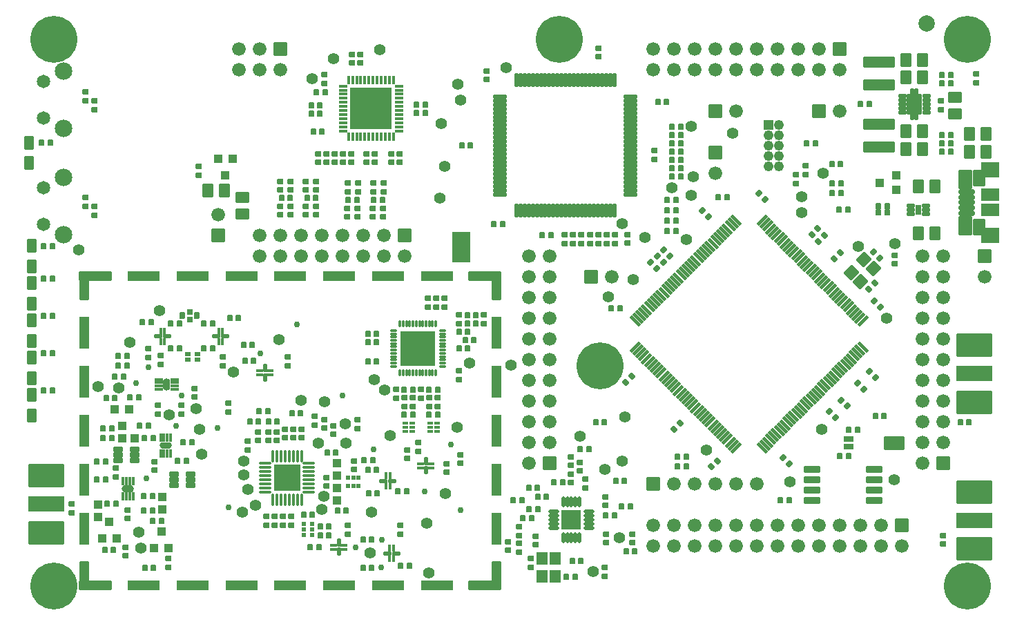
<source format=gts>
G04 #@! TF.GenerationSoftware,KiCad,Pcbnew,6.0.7-f9a2dced07~116~ubuntu22.04.1*
G04 #@! TF.CreationDate,2022-09-29T06:22:25-04:00*
G04 #@! TF.ProjectId,hackrf-one,6861636b-7266-42d6-9f6e-652e6b696361,r8*
G04 #@! TF.SameCoordinates,Original*
G04 #@! TF.FileFunction,Soldermask,Top*
G04 #@! TF.FilePolarity,Negative*
%FSLAX46Y46*%
G04 Gerber Fmt 4.6, Leading zero omitted, Abs format (unit mm)*
G04 Created by KiCad (PCBNEW 6.0.7-f9a2dced07~116~ubuntu22.04.1) date 2022-09-29 06:22:25*
%MOMM*%
%LPD*%
G01*
G04 APERTURE LIST*
G04 Aperture macros list*
%AMRoundRect*
0 Rectangle with rounded corners*
0 $1 Rounding radius*
0 $2 $3 $4 $5 $6 $7 $8 $9 X,Y pos of 4 corners*
0 Add a 4 corners polygon primitive as box body*
4,1,4,$2,$3,$4,$5,$6,$7,$8,$9,$2,$3,0*
0 Add four circle primitives for the rounded corners*
1,1,$1+$1,$2,$3*
1,1,$1+$1,$4,$5*
1,1,$1+$1,$6,$7*
1,1,$1+$1,$8,$9*
0 Add four rect primitives between the rounded corners*
20,1,$1+$1,$2,$3,$4,$5,0*
20,1,$1+$1,$4,$5,$6,$7,0*
20,1,$1+$1,$6,$7,$8,$9,0*
20,1,$1+$1,$8,$9,$2,$3,0*%
G04 Aperture macros list end*
%ADD10RoundRect,0.076200X-1.925000X-0.500000X1.925000X-0.500000X1.925000X0.500000X-1.925000X0.500000X0*%
%ADD11RoundRect,0.076200X-1.900000X-0.500000X1.900000X-0.500000X1.900000X0.500000X-1.900000X0.500000X0*%
%ADD12RoundRect,0.076200X0.500000X-1.675000X0.500000X1.675000X-0.500000X1.675000X-0.500000X-1.675000X0*%
%ADD13RoundRect,0.076200X0.500000X-1.900000X0.500000X1.900000X-0.500000X1.900000X-0.500000X-1.900000X0*%
%ADD14RoundRect,0.076200X-0.322500X-0.115000X0.322500X-0.115000X0.322500X0.115000X-0.322500X0.115000X0*%
%ADD15RoundRect,0.076200X-0.150000X-0.406500X0.150000X-0.406500X0.150000X0.406500X-0.150000X0.406500X0*%
%ADD16RoundRect,0.076200X0.115000X-0.322500X0.115000X0.322500X-0.115000X0.322500X-0.115000X-0.322500X0*%
%ADD17RoundRect,0.076200X0.406500X-0.150000X0.406500X0.150000X-0.406500X0.150000X-0.406500X-0.150000X0*%
%ADD18RoundRect,0.076200X-0.115000X0.322500X-0.115000X-0.322500X0.115000X-0.322500X0.115000X0.322500X0*%
%ADD19RoundRect,0.076200X-0.406500X0.150000X-0.406500X-0.150000X0.406500X-0.150000X0.406500X0.150000X0*%
%ADD20RoundRect,0.076200X0.762000X-0.762000X0.762000X0.762000X-0.762000X0.762000X-0.762000X-0.762000X0*%
%ADD21C,1.676400*%
%ADD22RoundRect,0.076200X-0.762000X-0.762000X0.762000X-0.762000X0.762000X0.762000X-0.762000X0.762000X0*%
%ADD23RoundRect,0.076200X-0.457200X0.457200X-0.457200X-0.457200X0.457200X-0.457200X0.457200X0.457200X0*%
%ADD24RoundRect,0.076200X0.457200X0.457200X-0.457200X0.457200X-0.457200X-0.457200X0.457200X-0.457200X0*%
%ADD25RoundRect,0.076200X-0.457200X-0.457200X0.457200X-0.457200X0.457200X0.457200X-0.457200X0.457200X0*%
%ADD26O,0.462240X1.342240*%
%ADD27O,1.342240X0.462240*%
%ADD28R,2.451880X2.451880*%
%ADD29C,0.762000*%
%ADD30C,2.000000*%
%ADD31RoundRect,0.101600X-0.500000X0.750000X-0.500000X-0.750000X0.500000X-0.750000X0.500000X0.750000X0*%
%ADD32RoundRect,0.101600X-0.279400X0.254000X-0.279400X-0.254000X0.279400X-0.254000X0.279400X0.254000X0*%
%ADD33RoundRect,0.101600X0.279400X-0.254000X0.279400X0.254000X-0.279400X0.254000X-0.279400X-0.254000X0*%
%ADD34RoundRect,0.101600X0.254000X0.279400X-0.254000X0.279400X-0.254000X-0.279400X0.254000X-0.279400X0*%
%ADD35RoundRect,0.101600X-0.254000X-0.279400X0.254000X-0.279400X0.254000X0.279400X-0.254000X0.279400X0*%
%ADD36RoundRect,0.101600X0.720090X-0.575310X0.720090X0.575310X-0.720090X0.575310X-0.720090X-0.575310X0*%
%ADD37RoundRect,0.101600X-0.575310X-0.720090X0.575310X-0.720090X0.575310X0.720090X-0.575310X0.720090X0*%
%ADD38RoundRect,0.101600X0.377171X0.017961X0.017961X0.377171X-0.377171X-0.017961X-0.017961X-0.377171X0*%
%ADD39RoundRect,0.101600X-0.017961X0.377171X-0.377171X0.017961X0.017961X-0.377171X0.377171X-0.017961X0*%
%ADD40RoundRect,0.101600X-0.377171X-0.017961X-0.017961X-0.377171X0.377171X0.017961X0.017961X0.377171X0*%
%ADD41RoundRect,0.101600X0.017961X-0.377171X0.377171X-0.017961X-0.017961X0.377171X-0.377171X0.017961X0*%
%ADD42RoundRect,0.101600X-0.720090X0.575310X-0.720090X-0.575310X0.720090X-0.575310X0.720090X0.575310X0*%
%ADD43RoundRect,0.101600X0.575310X0.720090X-0.575310X0.720090X-0.575310X-0.720090X0.575310X-0.720090X0*%
%ADD44RoundRect,0.101600X0.875000X0.200000X-0.875000X0.200000X-0.875000X-0.200000X0.875000X-0.200000X0*%
%ADD45RoundRect,0.076200X1.050000X0.687500X-1.050000X0.687500X-1.050000X-0.687500X1.050000X-0.687500X0*%
%ADD46RoundRect,0.076200X0.730000X1.070000X-0.730000X1.070000X-0.730000X-1.070000X0.730000X-1.070000X0*%
%ADD47RoundRect,0.076200X0.675000X0.912500X-0.675000X0.912500X-0.675000X-0.912500X0.675000X-0.912500X0*%
%ADD48RoundRect,0.076200X1.050000X0.875000X-1.050000X0.875000X-1.050000X-0.875000X1.050000X-0.875000X0*%
%ADD49C,1.652400*%
%ADD50C,1.552400*%
%ADD51C,5.752400*%
%ADD52C,0.752400*%
%ADD53RoundRect,0.076200X-1.025000X1.825000X-1.025000X-1.825000X1.025000X-1.825000X1.025000X1.825000X0*%
%ADD54RoundRect,0.101600X-0.431800X0.431800X-0.431800X-0.431800X0.431800X-0.431800X0.431800X0.431800X0*%
%ADD55RoundRect,0.101600X0.431800X-0.431800X0.431800X0.431800X-0.431800X0.431800X-0.431800X-0.431800X0*%
%ADD56RoundRect,0.101600X-0.431800X-0.431800X0.431800X-0.431800X0.431800X0.431800X-0.431800X0.431800X0*%
%ADD57RoundRect,0.076200X-1.850390X0.599440X-1.850390X-0.599440X1.850390X-0.599440X1.850390X0.599440X0*%
%ADD58RoundRect,0.076200X2.095000X0.890000X-2.095000X0.890000X-2.095000X-0.890000X2.095000X-0.890000X0*%
%ADD59RoundRect,0.076200X2.095000X1.332500X-2.095000X1.332500X-2.095000X-1.332500X2.095000X-1.332500X0*%
%ADD60RoundRect,0.076200X-0.762000X0.762000X-0.762000X-0.762000X0.762000X-0.762000X0.762000X0.762000X0*%
%ADD61RoundRect,0.076200X-2.095000X-0.890000X2.095000X-0.890000X2.095000X0.890000X-2.095000X0.890000X0*%
%ADD62RoundRect,0.076200X-2.095000X-1.332500X2.095000X-1.332500X2.095000X1.332500X-2.095000X1.332500X0*%
%ADD63RoundRect,0.076200X0.762000X0.762000X-0.762000X0.762000X-0.762000X-0.762000X0.762000X-0.762000X0*%
%ADD64C,1.422400*%
%ADD65RoundRect,0.076200X-0.533400X0.533400X-0.533400X-0.533400X0.533400X-0.533400X0.533400X0.533400X0*%
%ADD66C,1.219200*%
%ADD67C,2.152400*%
%ADD68RoundRect,0.076200X-0.165100X0.204470X-0.165100X-0.204470X0.165100X-0.204470X0.165100X0.204470X0*%
%ADD69RoundRect,0.076200X-0.204470X-0.165100X0.204470X-0.165100X0.204470X0.165100X-0.204470X0.165100X0*%
%ADD70RoundRect,0.076200X0.275590X-0.124460X0.275590X0.124460X-0.275590X0.124460X-0.275590X-0.124460X0*%
%ADD71RoundRect,0.076200X-0.250190X-0.199390X0.250190X-0.199390X0.250190X0.199390X-0.250190X0.199390X0*%
%ADD72RoundRect,0.076200X0.250190X0.350520X-0.250190X0.350520X-0.250190X-0.350520X0.250190X-0.350520X0*%
%ADD73RoundRect,0.076200X0.299720X0.250190X-0.299720X0.250190X-0.299720X-0.250190X0.299720X-0.250190X0*%
%ADD74RoundRect,0.076200X0.400000X0.120000X-0.400000X0.120000X-0.400000X-0.120000X0.400000X-0.120000X0*%
%ADD75RoundRect,0.076200X0.100000X0.650000X-0.100000X0.650000X-0.100000X-0.650000X0.100000X-0.650000X0*%
%ADD76O,0.352400X1.352400*%
%ADD77RoundRect,0.076200X0.250000X0.600000X-0.250000X0.600000X-0.250000X-0.600000X0.250000X-0.600000X0*%
%ADD78O,0.352400X1.252400*%
%ADD79RoundRect,0.076200X0.110789X-0.010211X-0.010211X0.110789X-0.110789X0.010211X0.010211X-0.110789X0*%
%ADD80RoundRect,0.076200X0.100000X0.075000X-0.100000X0.075000X-0.100000X-0.075000X0.100000X-0.075000X0*%
%ADD81RoundRect,0.076200X-0.120000X0.400000X-0.120000X-0.400000X0.120000X-0.400000X0.120000X0.400000X0*%
%ADD82RoundRect,0.076200X-0.650000X0.100000X-0.650000X-0.100000X0.650000X-0.100000X0.650000X0.100000X0*%
%ADD83O,1.352400X0.352400*%
%ADD84RoundRect,0.076200X-0.600000X0.250000X-0.600000X-0.250000X0.600000X-0.250000X0.600000X0.250000X0*%
%ADD85O,1.252400X0.352400*%
%ADD86RoundRect,0.076200X0.010211X0.110789X-0.110789X-0.010211X-0.010211X-0.110789X0.110789X0.010211X0*%
%ADD87RoundRect,0.076200X-0.075000X0.100000X-0.075000X-0.100000X0.075000X-0.100000X0.075000X0.100000X0*%
%ADD88RoundRect,0.076200X-0.495300X0.228600X-0.495300X-0.228600X0.495300X-0.228600X0.495300X0.228600X0*%
%ADD89RoundRect,0.076200X0.120000X-0.400000X0.120000X0.400000X-0.120000X0.400000X-0.120000X-0.400000X0*%
%ADD90RoundRect,0.076200X0.650000X-0.100000X0.650000X0.100000X-0.650000X0.100000X-0.650000X-0.100000X0*%
%ADD91RoundRect,0.076200X0.600000X-0.250000X0.600000X0.250000X-0.600000X0.250000X-0.600000X-0.250000X0*%
%ADD92RoundRect,0.076200X-0.010211X-0.110789X0.110789X0.010211X0.010211X0.110789X-0.110789X-0.010211X0*%
%ADD93RoundRect,0.076200X0.075000X-0.100000X0.075000X0.100000X-0.075000X0.100000X-0.075000X-0.100000X0*%
%ADD94RoundRect,0.076200X-0.450000X0.150000X-0.450000X-0.150000X0.450000X-0.150000X0.450000X0.150000X0*%
%ADD95RoundRect,0.076200X-0.250000X0.550000X-0.250000X-0.550000X0.250000X-0.550000X0.250000X0.550000X0*%
%ADD96RoundRect,0.076200X0.952500X0.317500X-0.952500X0.317500X-0.952500X-0.317500X0.952500X-0.317500X0*%
%ADD97RoundRect,0.076200X0.425000X0.140000X-0.425000X0.140000X-0.425000X-0.140000X0.425000X-0.140000X0*%
%ADD98RoundRect,0.076200X0.412500X0.600000X-0.412500X0.600000X-0.412500X-0.600000X0.412500X-0.600000X0*%
%ADD99RoundRect,0.076200X0.140000X0.700000X-0.140000X0.700000X-0.140000X-0.700000X0.140000X-0.700000X0*%
%ADD100C,0.737400*%
%ADD101RoundRect,0.076200X0.426562X0.634904X-0.634904X-0.426562X-0.426562X-0.634904X0.634904X0.426562X0*%
%ADD102RoundRect,0.076200X-0.634904X0.426562X0.426562X-0.634904X0.634904X-0.426562X-0.426562X0.634904X0*%
%ADD103RoundRect,0.076200X-0.147320X0.750570X-0.147320X-0.750570X0.147320X-0.750570X0.147320X0.750570X0*%
%ADD104RoundRect,0.076200X-0.750570X-0.147320X0.750570X-0.147320X0.750570X0.147320X-0.750570X0.147320X0*%
%ADD105RoundRect,0.076200X0.495300X-0.228600X0.495300X0.228600X-0.495300X0.228600X-0.495300X-0.228600X0*%
%ADD106RoundRect,0.076200X0.599440X-0.699770X0.599440X0.699770X-0.599440X0.699770X-0.599440X-0.699770X0*%
%ADD107RoundRect,0.076200X-0.070944X-0.918680X0.918680X0.070944X0.070944X0.918680X-0.918680X-0.070944X0*%
%ADD108RoundRect,0.076200X-0.550000X-0.300000X0.550000X-0.300000X0.550000X0.300000X-0.550000X0.300000X0*%
%ADD109RoundRect,0.076200X-1.200000X-0.750000X1.200000X-0.750000X1.200000X0.750000X-1.200000X0.750000X0*%
%ADD110O,0.422240X1.492240*%
%ADD111R,3.326880X3.326880*%
%ADD112O,1.492240X0.422240*%
%ADD113O,0.346600X0.971600*%
%ADD114O,0.971600X0.346600*%
%ADD115R,4.321800X4.321800*%
%ADD116O,0.422240X1.042240*%
%ADD117O,1.042240X0.422240*%
%ADD118R,5.096800X5.096800*%
G04 APERTURE END LIST*
D10*
G04 #@! TO.C,J2*
X69125000Y-170950000D03*
D11*
X75000000Y-170950000D03*
X81000000Y-170950000D03*
X87000000Y-170950000D03*
X93000000Y-170950000D03*
X99000000Y-170950000D03*
X105000000Y-170950000D03*
X111000000Y-170950000D03*
D10*
X116875000Y-170950000D03*
D12*
X118300000Y-169775000D03*
D13*
X118300000Y-164000000D03*
X118300000Y-158000000D03*
X118300000Y-152000000D03*
X118300000Y-146000000D03*
X118300000Y-140000000D03*
D12*
X118300000Y-134225000D03*
D10*
X116875000Y-133050000D03*
D11*
X111000000Y-133050000D03*
X105000000Y-133050000D03*
X99000000Y-133050000D03*
X93000000Y-133050000D03*
X87000000Y-133050000D03*
X81000000Y-133050000D03*
X75000000Y-133050000D03*
D10*
X69125000Y-133050000D03*
D12*
X67700000Y-134225000D03*
D13*
X67700000Y-140000000D03*
X67700000Y-146000000D03*
X67700000Y-152000000D03*
X67700000Y-158000000D03*
X67700000Y-164000000D03*
D12*
X67700000Y-169775000D03*
G04 #@! TD*
D14*
G04 #@! TO.C,U11*
X108985000Y-156524220D03*
D15*
X109628500Y-155723300D03*
D14*
X110272000Y-156026380D03*
X110272000Y-156524220D03*
D15*
X109628500Y-156827300D03*
D14*
X108985000Y-156026380D03*
G04 #@! TD*
D16*
G04 #@! TO.C,U10*
X105212320Y-158807500D03*
D17*
X104411400Y-158164000D03*
D16*
X104714480Y-157520500D03*
X105212320Y-157520500D03*
D17*
X105515400Y-158164000D03*
D16*
X104714480Y-158807500D03*
G04 #@! TD*
D14*
G04 #@! TO.C,U7*
X98326900Y-166521520D03*
D15*
X98970400Y-165720600D03*
D14*
X99613900Y-166023680D03*
X99613900Y-166521520D03*
D15*
X98970400Y-166824600D03*
D14*
X98326900Y-166023680D03*
G04 #@! TD*
D18*
G04 #@! TO.C,U6*
X84210880Y-139770700D03*
D19*
X85011800Y-140414200D03*
D18*
X84708720Y-141057700D03*
X84210880Y-141057700D03*
D19*
X83907800Y-140414200D03*
D18*
X84708720Y-139770700D03*
G04 #@! TD*
D16*
G04 #@! TO.C,U5*
X77596720Y-141057700D03*
D17*
X76795800Y-140414200D03*
D16*
X77098880Y-139770700D03*
X77596720Y-139770700D03*
D17*
X77899800Y-140414200D03*
D16*
X77098880Y-141057700D03*
G04 #@! TD*
D14*
G04 #@! TO.C,U2*
X89242300Y-145127520D03*
D15*
X89885800Y-144326600D03*
D14*
X90529300Y-144629680D03*
X90529300Y-145127520D03*
D15*
X89885800Y-145430600D03*
D14*
X89242300Y-144629680D03*
G04 #@! TD*
D18*
G04 #@! TO.C,U1*
X105184080Y-166408700D03*
D19*
X105985000Y-167052200D03*
D18*
X105681920Y-167695700D03*
X105184080Y-167695700D03*
D19*
X104881000Y-167052200D03*
D18*
X105681920Y-166408700D03*
G04 #@! TD*
D20*
G04 #@! TO.C,NT3*
X84130000Y-128010000D03*
D21*
X84130000Y-125470000D03*
G04 #@! TD*
D22*
G04 #@! TO.C,NT2*
X157790000Y-112770000D03*
D21*
X160330000Y-112770000D03*
G04 #@! TD*
D22*
G04 #@! TO.C,NT1*
X145090000Y-112770000D03*
D21*
X147630000Y-112770000D03*
G04 #@! TD*
D23*
G04 #@! TO.C,Q5*
X165283000Y-121558400D03*
X167315000Y-122447400D03*
X167315000Y-120669400D03*
G04 #@! TD*
D24*
G04 #@! TO.C,Q4*
X70800000Y-163184000D03*
X69911000Y-165216000D03*
X71689000Y-165216000D03*
G04 #@! TD*
D25*
G04 #@! TO.C,Q3*
X85044400Y-120694800D03*
X85933400Y-118662800D03*
X84155400Y-118662800D03*
G04 #@! TD*
D24*
G04 #@! TO.C,Q2*
X77216700Y-164374800D03*
X76327700Y-166406800D03*
X78105700Y-166406800D03*
G04 #@! TD*
D25*
G04 #@! TO.C,Q1*
X72376000Y-151396000D03*
X73265000Y-149364000D03*
X71487000Y-149364000D03*
G04 #@! TD*
D26*
G04 #@! TO.C,U19*
X126469200Y-165126000D03*
X126969200Y-165126000D03*
X127469200Y-165126000D03*
X127969200Y-165126000D03*
X128469200Y-165126000D03*
D27*
X129669200Y-163926000D03*
X129669200Y-163426000D03*
X129669200Y-162926000D03*
X129669200Y-162426000D03*
X129669200Y-161926000D03*
D26*
X128469200Y-160726000D03*
X127969200Y-160726000D03*
X127469200Y-160726000D03*
X126969200Y-160726000D03*
X126469200Y-160726000D03*
D27*
X125269200Y-161926000D03*
X125269200Y-162426000D03*
X125269200Y-162926000D03*
X125269200Y-163426000D03*
X125269200Y-163926000D03*
D28*
X127469200Y-162926000D03*
G04 #@! TD*
D29*
G04 #@! TO.C,TESTPOINT-30MIL-MASKONLY*
X89314020Y-142499080D03*
G04 #@! TD*
G04 #@! TO.C,TESTPOINT-30MIL-MASKONLY*
X84104600Y-151657400D03*
G04 #@! TD*
G04 #@! TO.C,TESTPOINT-30MIL-MASKONLY*
X75575160Y-144213580D03*
G04 #@! TD*
G04 #@! TO.C,TESTPOINT-30MIL-MASKONLY*
X74053700Y-146151600D03*
G04 #@! TD*
G04 #@! TO.C,TESTPOINT-30MIL-MASKONLY*
X93782000Y-138932000D03*
G04 #@! TD*
G04 #@! TO.C,TESTPOINT-30MIL-MASKONLY*
X85400000Y-161360200D03*
G04 #@! TD*
G04 #@! TO.C,TESTPOINT-30MIL-MASKONLY*
X75338940Y-157848300D03*
G04 #@! TD*
G04 #@! TO.C,TESTPOINT-30MIL-MASKONLY*
X79032100Y-151361140D03*
G04 #@! TD*
G04 #@! TO.C,TESTPOINT-30MIL-MASKONLY*
X113919000Y-161749740D03*
G04 #@! TD*
G04 #@! TO.C,TESTPOINT-30MIL-MASKONLY*
X104112060Y-168798240D03*
G04 #@! TD*
G04 #@! TO.C,TESTPOINT-30MIL-MASKONLY*
X104251760Y-165374320D03*
G04 #@! TD*
G04 #@! TO.C,TESTPOINT-30MIL-MASKONLY*
X101015800Y-166263320D03*
G04 #@! TD*
G04 #@! TO.C,TESTPOINT-30MIL-MASKONLY*
X79667100Y-147711160D03*
G04 #@! TD*
G04 #@! TO.C,TESTPOINT-30MIL-MASKONLY*
X109476540Y-159425640D03*
G04 #@! TD*
G04 #@! TO.C,TESTPOINT-30MIL-MASKONLY*
X99362260Y-147688300D03*
G04 #@! TD*
G04 #@! TO.C,TESTPOINT-30MIL-MASKONLY*
X103230680Y-154279600D03*
G04 #@! TD*
G04 #@! TO.C,TESTPOINT-30MIL-MASKONLY*
X112715040Y-153710640D03*
G04 #@! TD*
D30*
G04 #@! TO.C,MARK1MM*
X171000000Y-102000000D03*
G04 #@! TD*
D31*
G04 #@! TO.C,D7*
X61000000Y-119150000D03*
X61000000Y-116650000D03*
G04 #@! TD*
G04 #@! TO.C,D8*
X61270000Y-131800000D03*
X61270000Y-129300000D03*
G04 #@! TD*
G04 #@! TO.C,D2*
X61270000Y-136372000D03*
X61270000Y-133872000D03*
G04 #@! TD*
G04 #@! TO.C,D4*
X61270000Y-140944000D03*
X61270000Y-138444000D03*
G04 #@! TD*
G04 #@! TO.C,D5*
X61270000Y-145516000D03*
X61270000Y-143016000D03*
G04 #@! TD*
G04 #@! TO.C,D6*
X61270000Y-150088000D03*
X61270000Y-147588000D03*
G04 #@! TD*
D32*
G04 #@! TO.C,C1*
X91096400Y-163580200D03*
X91096400Y-162513400D03*
G04 #@! TD*
G04 #@! TO.C,C2*
X90080400Y-163580200D03*
X90080400Y-162513400D03*
G04 #@! TD*
G04 #@! TO.C,C3*
X93128400Y-163580200D03*
X93128400Y-162513400D03*
G04 #@! TD*
G04 #@! TO.C,C4*
X92112400Y-163580200D03*
X92112400Y-162513400D03*
G04 #@! TD*
D33*
G04 #@! TO.C,C5*
X92341000Y-151794600D03*
X92341000Y-152861400D03*
G04 #@! TD*
G04 #@! TO.C,C6*
X93357000Y-151794600D03*
X93357000Y-152861400D03*
G04 #@! TD*
D34*
G04 #@! TO.C,C7*
X106550600Y-168576200D03*
X107617400Y-168576200D03*
G04 #@! TD*
D32*
G04 #@! TO.C,C8*
X113919000Y-155981400D03*
X113919000Y-154914600D03*
G04 #@! TD*
D33*
G04 #@! TO.C,C9*
X85400000Y-148634800D03*
X85400000Y-149701600D03*
G04 #@! TD*
D35*
G04 #@! TO.C,C10*
X88514200Y-143481600D03*
X87447400Y-143481600D03*
G04 #@! TD*
D33*
G04 #@! TO.C,C11*
X84713800Y-142928800D03*
X84713800Y-143995600D03*
G04 #@! TD*
D32*
G04 #@! TO.C,C12*
X87794400Y-154360000D03*
X87794400Y-153293200D03*
G04 #@! TD*
D34*
G04 #@! TO.C,C13*
X88023000Y-150905600D03*
X89089800Y-150905600D03*
G04 #@! TD*
D33*
G04 #@! TO.C,C14*
X90334400Y-152150200D03*
X90334400Y-153217000D03*
G04 #@! TD*
D35*
G04 #@! TO.C,C15*
X91375800Y-150905600D03*
X90309000Y-150905600D03*
G04 #@! TD*
D33*
G04 #@! TO.C,C16*
X106499800Y-163623200D03*
X106499800Y-164690000D03*
G04 #@! TD*
D35*
G04 #@! TO.C,C17*
X83469200Y-141938200D03*
X82402400Y-141938200D03*
G04 #@! TD*
G04 #@! TO.C,C18*
X79405200Y-141938200D03*
X78338400Y-141938200D03*
G04 #@! TD*
D33*
G04 #@! TO.C,C19*
X77093800Y-142801800D03*
X77093800Y-143868600D03*
G04 #@! TD*
D35*
G04 #@! TO.C,C20*
X88341200Y-141528800D03*
X87274400Y-141528800D03*
G04 #@! TD*
D34*
G04 #@! TO.C,C21*
X101904800Y-165379400D03*
X102971600Y-165379400D03*
G04 #@! TD*
D35*
G04 #@! TO.C,C22*
X96506600Y-166272600D03*
X95439800Y-166272600D03*
G04 #@! TD*
D33*
G04 #@! TO.C,C23*
X101269800Y-150647400D03*
X101269800Y-151714200D03*
G04 #@! TD*
D32*
G04 #@! TO.C,C24*
X92679800Y-144015000D03*
X92679800Y-142948200D03*
G04 #@! TD*
D35*
G04 #@! TO.C,C25*
X97725800Y-163732600D03*
X96659000Y-163732600D03*
G04 #@! TD*
D34*
G04 #@! TO.C,C26*
X78338400Y-138890200D03*
X79405200Y-138890200D03*
G04 #@! TD*
D35*
G04 #@! TO.C,C27*
X83469200Y-138890200D03*
X82402400Y-138890200D03*
G04 #@! TD*
G04 #@! TO.C,C28*
X97725800Y-164875600D03*
X96659000Y-164875600D03*
G04 #@! TD*
D34*
G04 #@! TO.C,C29*
X74884000Y-138712400D03*
X75950800Y-138712400D03*
G04 #@! TD*
D35*
G04 #@! TO.C,C30*
X86633400Y-138200000D03*
X85566600Y-138200000D03*
G04 #@! TD*
D33*
G04 #@! TO.C,C31*
X75595200Y-141912800D03*
X75595200Y-142979600D03*
G04 #@! TD*
D34*
G04 #@! TO.C,C32*
X101904800Y-168808400D03*
X102971600Y-168808400D03*
G04 #@! TD*
D33*
G04 #@! TO.C,C33*
X100113400Y-163605600D03*
X100113400Y-164672400D03*
G04 #@! TD*
G04 #@! TO.C,C34*
X98310000Y-151388200D03*
X98310000Y-152455000D03*
G04 #@! TD*
G04 #@! TO.C,C35*
X97167000Y-150626200D03*
X97167000Y-151693000D03*
G04 #@! TD*
G04 #@! TO.C,C36*
X96024000Y-150245200D03*
X96024000Y-151312000D03*
G04 #@! TD*
D34*
G04 #@! TO.C,C37*
X93204600Y-149915000D03*
X94271400Y-149915000D03*
G04 #@! TD*
D35*
G04 #@! TO.C,C38*
X72979000Y-142827200D03*
X71912200Y-142827200D03*
G04 #@! TD*
D33*
G04 #@! TO.C,C39*
X81305400Y-146812000D03*
X81305400Y-147878800D03*
G04 #@! TD*
D35*
G04 #@! TO.C,C40*
X72979000Y-144071800D03*
X71912200Y-144071800D03*
G04 #@! TD*
G04 #@! TO.C,C41*
X99859400Y-161827600D03*
X98792600Y-161827600D03*
G04 #@! TD*
D34*
G04 #@! TO.C,C42*
X97522600Y-154715600D03*
X98589400Y-154715600D03*
G04 #@! TD*
G04 #@! TO.C,C43*
X71475600Y-145415000D03*
X72542400Y-145415000D03*
G04 #@! TD*
D33*
G04 #@! TO.C,C44*
X79679800Y-148894800D03*
X79679800Y-149961600D03*
G04 #@! TD*
D35*
G04 #@! TO.C,C45*
X103124000Y-155651200D03*
X102057200Y-155651200D03*
G04 #@! TD*
D34*
G04 #@! TO.C,C46*
X102514400Y-156794200D03*
X103581200Y-156794200D03*
G04 #@! TD*
D33*
G04 #@! TO.C,C47*
X112166400Y-156032200D03*
X112166400Y-157099000D03*
G04 #@! TD*
G04 #@! TO.C,C48*
X108737400Y-153466800D03*
X108737400Y-154533600D03*
G04 #@! TD*
D32*
G04 #@! TO.C,C49*
X100850000Y-156773000D03*
X100850000Y-155706200D03*
G04 #@! TD*
D35*
G04 #@! TO.C,C50*
X76211400Y-152920000D03*
X75144600Y-152920000D03*
G04 #@! TD*
D34*
G04 #@! TO.C,C51*
X106208000Y-159434000D03*
X107274800Y-159434000D03*
G04 #@! TD*
G04 #@! TO.C,C52*
X70064600Y-152920000D03*
X71131400Y-152920000D03*
G04 #@! TD*
G04 #@! TO.C,C53*
X70414000Y-147999800D03*
X71480800Y-147999800D03*
G04 #@! TD*
G04 #@! TO.C,C54*
X102590600Y-159664400D03*
X103657400Y-159664400D03*
G04 #@! TD*
D35*
G04 #@! TO.C,C55*
X80910400Y-153428000D03*
X79843600Y-153428000D03*
G04 #@! TD*
D33*
G04 #@! TO.C,C56*
X107391200Y-154330400D03*
X107391200Y-155397200D03*
G04 #@! TD*
G04 #@! TO.C,C57*
X76835000Y-148894800D03*
X76835000Y-149961600D03*
G04 #@! TD*
G04 #@! TO.C,C58*
X71614000Y-157644400D03*
X71614000Y-156577600D03*
G04 #@! TD*
D35*
G04 #@! TO.C,C59*
X80275400Y-155714000D03*
X79208600Y-155714000D03*
G04 #@! TD*
G04 #@! TO.C,C60*
X75576400Y-151396000D03*
X74509600Y-151396000D03*
G04 #@! TD*
D33*
G04 #@! TO.C,C61*
X76363800Y-155790200D03*
X76363800Y-156857000D03*
G04 #@! TD*
D35*
G04 #@! TO.C,C62*
X76084400Y-160032000D03*
X75017600Y-160032000D03*
G04 #@! TD*
D32*
G04 #@! TO.C,C63*
X73087200Y-162775200D03*
X73087200Y-161708400D03*
G04 #@! TD*
D34*
G04 #@! TO.C,C64*
X70566600Y-161000000D03*
X71633400Y-161000000D03*
G04 #@! TD*
D35*
G04 #@! TO.C,C65*
X70369400Y-158000000D03*
X69302600Y-158000000D03*
G04 #@! TD*
G04 #@! TO.C,C66*
X70369400Y-155841000D03*
X69302600Y-155841000D03*
G04 #@! TD*
D32*
G04 #@! TO.C,C67*
X121080200Y-164829800D03*
X121080200Y-163763000D03*
G04 #@! TD*
D33*
G04 #@! TO.C,C68*
X127462400Y-155188000D03*
X127462400Y-156254800D03*
G04 #@! TD*
D35*
G04 #@! TO.C,C69*
X129621400Y-154273600D03*
X128554600Y-154273600D03*
G04 #@! TD*
D32*
G04 #@! TO.C,C70*
X121080200Y-166861800D03*
X121080200Y-165795000D03*
G04 #@! TD*
G04 #@! TO.C,C71*
X100482400Y-119091200D03*
X100482400Y-118024400D03*
G04 #@! TD*
G04 #@! TO.C,C72*
X99466400Y-119091200D03*
X99466400Y-118024400D03*
G04 #@! TD*
G04 #@! TO.C,C73*
X103403400Y-119091200D03*
X103403400Y-118024400D03*
G04 #@! TD*
G04 #@! TO.C,C74*
X102387400Y-119091200D03*
X102387400Y-118024400D03*
G04 #@! TD*
G04 #@! TO.C,C75*
X105435400Y-119091200D03*
X105435400Y-118024400D03*
G04 #@! TD*
G04 #@! TO.C,C76*
X106451400Y-119091200D03*
X106451400Y-118024400D03*
G04 #@! TD*
D33*
G04 #@! TO.C,C77*
X101625400Y-105832400D03*
X101625400Y-106899200D03*
G04 #@! TD*
G04 #@! TO.C,C78*
X100609400Y-105832400D03*
X100609400Y-106899200D03*
G04 #@! TD*
D34*
G04 #@! TO.C,C79*
X96202500Y-110493300D03*
X97269300Y-110493300D03*
G04 #@! TD*
D33*
G04 #@! TO.C,C80*
X97243900Y-108308900D03*
X97243900Y-109375700D03*
G04 #@! TD*
D34*
G04 #@! TO.C,C81*
X95567500Y-113160300D03*
X96634300Y-113160300D03*
G04 #@! TD*
G04 #@! TO.C,C82*
X95567500Y-112144300D03*
X96634300Y-112144300D03*
G04 #@! TD*
G04 #@! TO.C,C83*
X95821500Y-115319300D03*
X96888300Y-115319300D03*
G04 #@! TD*
D32*
G04 #@! TO.C,C84*
X105981500Y-148018500D03*
X105981500Y-146951700D03*
G04 #@! TD*
G04 #@! TO.C,C85*
X109029500Y-148018500D03*
X109029500Y-146951700D03*
G04 #@! TD*
G04 #@! TO.C,C86*
X113728500Y-145732500D03*
X113728500Y-144665700D03*
G04 #@! TD*
D35*
G04 #@! TO.C,C87*
X114769900Y-141897100D03*
X113703100Y-141897100D03*
G04 #@! TD*
G04 #@! TO.C,C88*
X115531900Y-140881100D03*
X114465100Y-140881100D03*
G04 #@! TD*
G04 #@! TO.C,C89*
X114769900Y-139865100D03*
X113703100Y-139865100D03*
G04 #@! TD*
D33*
G04 #@! TO.C,C90*
X109918500Y-135775700D03*
X109918500Y-136842500D03*
G04 #@! TD*
G04 #@! TO.C,C91*
X110934500Y-135775700D03*
X110934500Y-136842500D03*
G04 #@! TD*
D34*
G04 #@! TO.C,C92*
X102527100Y-140119100D03*
X103593900Y-140119100D03*
G04 #@! TD*
G04 #@! TO.C,C93*
X102527100Y-141135100D03*
X103593900Y-141135100D03*
G04 #@! TD*
G04 #@! TO.C,C94*
X102527100Y-143548100D03*
X103593900Y-143548100D03*
G04 #@! TD*
D35*
G04 #@! TO.C,C95*
X92989400Y-123460000D03*
X91922600Y-123460000D03*
G04 #@! TD*
G04 #@! TO.C,C96*
X96113600Y-123460000D03*
X95046800Y-123460000D03*
G04 #@! TD*
D32*
G04 #@! TO.C,C97*
X96418400Y-119091200D03*
X96418400Y-118024400D03*
G04 #@! TD*
G04 #@! TO.C,C98*
X97434400Y-119091200D03*
X97434400Y-118024400D03*
G04 #@! TD*
G04 #@! TO.C,C99*
X106997500Y-149034500D03*
X106997500Y-147967700D03*
G04 #@! TD*
G04 #@! TO.C,C100*
X98450400Y-119091200D03*
X98450400Y-118024400D03*
G04 #@! TD*
D35*
G04 #@! TO.C,C101*
X101180900Y-123701300D03*
X100114100Y-123701300D03*
G04 #@! TD*
D32*
G04 #@! TO.C,C102*
X108013500Y-149034500D03*
X108013500Y-147967700D03*
G04 #@! TD*
D35*
G04 #@! TO.C,C103*
X104305100Y-123701300D03*
X103238300Y-123701300D03*
G04 #@! TD*
D32*
G04 #@! TO.C,C104*
X110045500Y-149034500D03*
X110045500Y-147967700D03*
G04 #@! TD*
D36*
G04 #@! TO.C,C105*
X87152600Y-123336400D03*
X87152600Y-125368400D03*
G04 #@! TD*
D33*
G04 #@! TO.C,C106*
X111950500Y-135775700D03*
X111950500Y-136842500D03*
G04 #@! TD*
G04 #@! TO.C,C107*
X104470200Y-121631200D03*
X104470200Y-122698000D03*
G04 #@! TD*
G04 #@! TO.C,C108*
X103200200Y-121631200D03*
X103200200Y-122698000D03*
G04 #@! TD*
G04 #@! TO.C,C109*
X101346000Y-121631200D03*
X101346000Y-122698000D03*
G04 #@! TD*
G04 #@! TO.C,C110*
X100076000Y-121631200D03*
X100076000Y-122698000D03*
G04 #@! TD*
D32*
G04 #@! TO.C,C111*
X111061500Y-149034500D03*
X111061500Y-147967700D03*
G04 #@! TD*
G04 #@! TO.C,C112*
X113728500Y-138874500D03*
X113728500Y-137807700D03*
G04 #@! TD*
G04 #@! TO.C,C113*
X123151200Y-165999400D03*
X123151200Y-164932600D03*
G04 #@! TD*
G04 #@! TO.C,C114*
X116776500Y-138874500D03*
X116776500Y-137807700D03*
G04 #@! TD*
D34*
G04 #@! TO.C,C115*
X122280800Y-161614200D03*
X123347600Y-161614200D03*
G04 #@! TD*
G04 #@! TO.C,C116*
X120325000Y-160547400D03*
X121391800Y-160547400D03*
G04 #@! TD*
G04 #@! TO.C,C118*
X160366600Y-155100000D03*
X161433400Y-155100000D03*
G04 #@! TD*
D33*
G04 #@! TO.C,C119*
X129247200Y-157947600D03*
X129247200Y-159014400D03*
G04 #@! TD*
G04 #@! TO.C,C120*
X131628000Y-160090200D03*
X131628000Y-161157000D03*
G04 #@! TD*
D34*
G04 #@! TO.C,C121*
X121493400Y-162706400D03*
X122560200Y-162706400D03*
G04 #@! TD*
G04 #@! TO.C,C122*
X125303400Y-158312200D03*
X126370200Y-158312200D03*
G04 #@! TD*
D35*
G04 #@! TO.C,C123*
X109524800Y-113058700D03*
X108458000Y-113058700D03*
G04 #@! TD*
G04 #@! TO.C,C124*
X109524800Y-112042700D03*
X108458000Y-112042700D03*
G04 #@! TD*
D34*
G04 #@! TO.C,C125*
X172933600Y-117793200D03*
X174000400Y-117793200D03*
G04 #@! TD*
D37*
G04 #@! TO.C,C126*
X170546000Y-117412200D03*
X168514000Y-117412200D03*
G04 #@! TD*
G04 #@! TO.C,C127*
X170546000Y-115253200D03*
X168514000Y-115253200D03*
G04 #@! TD*
D38*
G04 #@! TO.C,C128*
X150469109Y-122902178D03*
X151223451Y-123656520D03*
G04 #@! TD*
G04 #@! TO.C,C129*
X143554311Y-124967637D03*
X144308653Y-125721979D03*
G04 #@! TD*
G04 #@! TO.C,C130*
X137178330Y-131343619D03*
X137932672Y-132097961D03*
G04 #@! TD*
D34*
G04 #@! TO.C,C131*
X132364600Y-137001600D03*
X133431400Y-137001600D03*
G04 #@! TD*
D39*
G04 #@! TO.C,C132*
X134121029Y-146090971D03*
X134875371Y-145336629D03*
G04 #@! TD*
G04 #@! TO.C,C133*
X140052012Y-151854524D03*
X140806354Y-151100182D03*
G04 #@! TD*
G04 #@! TO.C,C134*
X144631942Y-156434455D03*
X145386284Y-155680113D03*
G04 #@! TD*
D40*
G04 #@! TO.C,C135*
X154186935Y-156075245D03*
X153432593Y-155320903D03*
G04 #@! TD*
G04 #@! TO.C,C136*
X159844496Y-150417683D03*
X159090154Y-149663341D03*
G04 #@! TD*
G04 #@! TO.C,C137*
X161281337Y-148980842D03*
X160526995Y-148226500D03*
G04 #@! TD*
G04 #@! TO.C,C138*
X163346796Y-146915383D03*
X162592454Y-146161041D03*
G04 #@! TD*
G04 #@! TO.C,C139*
X164783637Y-145478542D03*
X164029295Y-144724200D03*
G04 #@! TD*
G04 #@! TO.C,C140*
X165322453Y-136857496D03*
X164568111Y-136103154D03*
G04 #@! TD*
D41*
G04 #@! TO.C,C141*
X157689235Y-127212701D03*
X156934893Y-127967043D03*
G04 #@! TD*
G04 #@! TO.C,C142*
X160473114Y-130176185D03*
X159718772Y-130930527D03*
G04 #@! TD*
D42*
G04 #@! TO.C,C143*
X174483000Y-113094200D03*
X174483000Y-111062200D03*
G04 #@! TD*
D34*
G04 #@! TO.C,C144*
X153085800Y-160578800D03*
X154152600Y-160578800D03*
G04 #@! TD*
D43*
G04 #@! TO.C,C145*
X168514000Y-108649200D03*
X170546000Y-108649200D03*
G04 #@! TD*
G04 #@! TO.C,C146*
X168514000Y-106490200D03*
X170546000Y-106490200D03*
G04 #@! TD*
D32*
G04 #@! TO.C,C147*
X172832000Y-112611600D03*
X172832000Y-111544800D03*
G04 #@! TD*
G04 #@! TO.C,C148*
X137668000Y-118694200D03*
X137668000Y-117627400D03*
G04 #@! TD*
D35*
G04 #@! TO.C,C149*
X139121000Y-111703200D03*
X138054200Y-111703200D03*
G04 #@! TD*
D33*
G04 #@! TO.C,C150*
X130810000Y-105054400D03*
X130810000Y-106121200D03*
G04 #@! TD*
G04 #@! TO.C,C151*
X117094000Y-108915200D03*
X117094000Y-107848400D03*
G04 #@! TD*
D35*
G04 #@! TO.C,C152*
X123881000Y-128010000D03*
X124947800Y-128010000D03*
G04 #@! TD*
D34*
G04 #@! TO.C,C153*
X114020600Y-117017800D03*
X115087400Y-117017800D03*
G04 #@! TD*
G04 #@! TO.C,C154*
X117962800Y-126689200D03*
X119029600Y-126689200D03*
G04 #@! TD*
D43*
G04 #@! TO.C,C155*
X176284000Y-117800000D03*
X178316000Y-117800000D03*
G04 #@! TD*
D34*
G04 #@! TO.C,C156*
X122230000Y-158998000D03*
X123296800Y-158998000D03*
G04 #@! TD*
D41*
G04 #@! TO.C,C157*
X164693835Y-133858090D03*
X163939493Y-134612432D03*
G04 #@! TD*
D40*
G04 #@! TO.C,C158*
X165232650Y-130840725D03*
X164478308Y-130086383D03*
G04 #@! TD*
D34*
G04 #@! TO.C,C159*
X130459600Y-150971600D03*
X131526400Y-150971600D03*
G04 #@! TD*
G04 #@! TO.C,C160*
X75017600Y-161810000D03*
X76084400Y-161810000D03*
G04 #@! TD*
D32*
G04 #@! TO.C,C161*
X78105700Y-168718200D03*
X78105700Y-167651400D03*
G04 #@! TD*
D35*
G04 #@! TO.C,C162*
X77227400Y-163080000D03*
X76160600Y-163080000D03*
G04 #@! TD*
G04 #@! TO.C,C163*
X71131400Y-151777000D03*
X70064600Y-151777000D03*
G04 #@! TD*
G04 #@! TO.C,C164*
X162533400Y-151900000D03*
X161466600Y-151900000D03*
G04 #@! TD*
D34*
G04 #@! TO.C,C165*
X134168000Y-166795800D03*
X135234800Y-166795800D03*
G04 #@! TD*
D32*
G04 #@! TO.C,C166*
X119715400Y-166668800D03*
X119715400Y-165602000D03*
G04 #@! TD*
G04 #@! TO.C,C167*
X81793200Y-120644000D03*
X81793200Y-119577200D03*
G04 #@! TD*
D34*
G04 #@! TO.C,C168*
X139222600Y-127502000D03*
X140289400Y-127502000D03*
G04 #@! TD*
G04 #@! TO.C,C169*
X127914400Y-169900600D03*
X126847600Y-169900600D03*
G04 #@! TD*
D33*
G04 #@! TO.C,C170*
X122500000Y-168733400D03*
X122500000Y-167666600D03*
G04 #@! TD*
D32*
G04 #@! TO.C,C171*
X72800000Y-167333400D03*
X72800000Y-166266600D03*
G04 #@! TD*
D33*
G04 #@! TO.C,D1*
X66200000Y-160966600D03*
X66200000Y-162033400D03*
G04 #@! TD*
G04 #@! TO.C,D3*
X173030000Y-164840000D03*
X173030000Y-165906800D03*
G04 #@! TD*
D34*
G04 #@! TO.C,D9*
X175144400Y-151000000D03*
X176211200Y-151000000D03*
G04 #@! TD*
D43*
G04 #@! TO.C,FB1*
X169984000Y-122050000D03*
X172016000Y-122050000D03*
G04 #@! TD*
G04 #@! TO.C,FB2*
X82905600Y-122529600D03*
X84937600Y-122529600D03*
G04 #@! TD*
G04 #@! TO.C,FB3*
X169984000Y-127800000D03*
X172016000Y-127800000D03*
G04 #@! TD*
D44*
G04 #@! TO.C,J1*
X175975000Y-125300000D03*
X175975000Y-124650000D03*
X175975000Y-124000000D03*
X175975000Y-123350000D03*
X175975000Y-122700000D03*
D45*
X178850000Y-124937500D03*
X178850000Y-123062500D03*
D46*
X175770000Y-126830000D03*
X175770000Y-121170000D03*
D47*
X177425000Y-126987500D03*
X177425000Y-121012500D03*
D48*
X178850000Y-128000000D03*
X178850000Y-120000000D03*
D49*
X178800000Y-128125000D03*
X178800000Y-119875000D03*
D50*
X175770000Y-126490000D03*
X175770000Y-121510000D03*
G04 #@! TD*
D51*
G04 #@! TO.C,J4*
X64000000Y-104000000D03*
D52*
X64000000Y-101800000D03*
X61800000Y-104000000D03*
X64000000Y-106200000D03*
X66200000Y-104000000D03*
X65550000Y-102450000D03*
X62450000Y-102450000D03*
X62450000Y-105550000D03*
X65550000Y-105550000D03*
G04 #@! TD*
D51*
G04 #@! TO.C,J5*
X64000000Y-171000000D03*
D52*
X64000000Y-168800000D03*
X61800000Y-171000000D03*
X64000000Y-173200000D03*
X66200000Y-171000000D03*
X65550000Y-169450000D03*
X62450000Y-169450000D03*
X62450000Y-172550000D03*
X65550000Y-172550000D03*
G04 #@! TD*
D51*
G04 #@! TO.C,J6*
X176000000Y-171000000D03*
D52*
X176000000Y-168800000D03*
X173800000Y-171000000D03*
X176000000Y-173200000D03*
X178200000Y-171000000D03*
X177550000Y-169450000D03*
X174450000Y-169450000D03*
X174450000Y-172550000D03*
X177550000Y-172550000D03*
G04 #@! TD*
D51*
G04 #@! TO.C,J7*
X176000000Y-104000000D03*
D52*
X176000000Y-101800000D03*
X173800000Y-104000000D03*
X176000000Y-106200000D03*
X178200000Y-104000000D03*
X177550000Y-102450000D03*
X174450000Y-102450000D03*
X174450000Y-105550000D03*
X177550000Y-105550000D03*
G04 #@! TD*
D51*
G04 #@! TO.C,J8*
X126000000Y-104000000D03*
D52*
X126000000Y-101800000D03*
X123800000Y-104000000D03*
X126000000Y-106200000D03*
X128200000Y-104000000D03*
X127550000Y-102450000D03*
X124450000Y-102450000D03*
X124450000Y-105550000D03*
X127550000Y-105550000D03*
G04 #@! TD*
D51*
G04 #@! TO.C,J9*
X131000000Y-144000000D03*
D52*
X131000000Y-141800000D03*
X128800000Y-144000000D03*
X131000000Y-146200000D03*
X133200000Y-144000000D03*
X132550000Y-142450000D03*
X129450000Y-142450000D03*
X129450000Y-145550000D03*
X132550000Y-145550000D03*
G04 #@! TD*
D53*
G04 #@! TO.C,J10*
X114000000Y-129500000D03*
G04 #@! TD*
D35*
G04 #@! TO.C,L1*
X95693800Y-162335600D03*
X94627000Y-162335600D03*
G04 #@! TD*
D54*
G04 #@! TO.C,L2*
X98691000Y-160557600D03*
X98691000Y-159033600D03*
G04 #@! TD*
D55*
G04 #@! TO.C,L3*
X98691000Y-155985600D03*
X98691000Y-157509600D03*
G04 #@! TD*
D32*
G04 #@! TO.C,L4*
X97421000Y-158805000D03*
X97421000Y-157738200D03*
G04 #@! TD*
D56*
G04 #@! TO.C,L5*
X73900000Y-152920000D03*
X72376000Y-152920000D03*
G04 #@! TD*
D35*
G04 #@! TO.C,L6*
X108038900Y-150025100D03*
X106972100Y-150025100D03*
G04 #@! TD*
G04 #@! TO.C,L7*
X108038900Y-146977100D03*
X106972100Y-146977100D03*
G04 #@! TD*
G04 #@! TO.C,L8*
X111086900Y-150025100D03*
X110020100Y-150025100D03*
G04 #@! TD*
G04 #@! TO.C,L9*
X111086900Y-146977100D03*
X110020100Y-146977100D03*
G04 #@! TD*
D57*
G04 #@! TO.C,L10*
X165212000Y-114361660D03*
X165212000Y-117160740D03*
G04 #@! TD*
G04 #@! TO.C,L11*
X165212000Y-106741660D03*
X165212000Y-109540740D03*
G04 #@! TD*
D55*
G04 #@! TO.C,L12*
X77329000Y-160159000D03*
X77329000Y-161683000D03*
G04 #@! TD*
G04 #@! TO.C,L13*
X69400000Y-162562000D03*
X69400000Y-161038000D03*
G04 #@! TD*
D58*
G04 #@! TO.C,P2*
X176885000Y-145000000D03*
D59*
X176885000Y-148492500D03*
X176885000Y-141507500D03*
G04 #@! TD*
D60*
G04 #@! TO.C,P3*
X145090000Y-117850000D03*
D21*
X145090000Y-120390000D03*
G04 #@! TD*
D61*
G04 #@! TO.C,P4*
X63115000Y-161000000D03*
D62*
X63115000Y-157507500D03*
X63115000Y-164492500D03*
G04 #@! TD*
D63*
G04 #@! TO.C,P5*
X91750000Y-105150000D03*
D21*
X91750000Y-107690000D03*
X89210000Y-105150000D03*
X89210000Y-107690000D03*
X86670000Y-105150000D03*
X86670000Y-107690000D03*
G04 #@! TD*
D64*
G04 #@! TO.C,P6*
X97155000Y-160070800D03*
G04 #@! TD*
G04 #@! TO.C,P7*
X88722200Y-161163000D03*
G04 #@! TD*
D63*
G04 #@! TO.C,P9*
X106990000Y-128010000D03*
D21*
X106990000Y-130550000D03*
X104450000Y-128010000D03*
X104450000Y-130550000D03*
X101910000Y-128010000D03*
X101910000Y-130550000D03*
X99370000Y-128010000D03*
X99370000Y-130550000D03*
X96830000Y-128010000D03*
X96830000Y-130550000D03*
X94290000Y-128010000D03*
X94290000Y-130550000D03*
X91750000Y-128010000D03*
X91750000Y-130550000D03*
X89210000Y-128010000D03*
X89210000Y-130550000D03*
G04 #@! TD*
D64*
G04 #@! TO.C,P13*
X87762200Y-159175800D03*
G04 #@! TD*
G04 #@! TO.C,P14*
X114991000Y-143707200D03*
G04 #@! TD*
G04 #@! TO.C,P15*
X130175000Y-169240200D03*
G04 #@! TD*
D58*
G04 #@! TO.C,P16*
X176885000Y-163000000D03*
D59*
X176885000Y-166492500D03*
X176885000Y-159507500D03*
G04 #@! TD*
D64*
G04 #@! TO.C,P17*
X87279600Y-155696000D03*
G04 #@! TD*
G04 #@! TO.C,P18*
X133350000Y-165100000D03*
G04 #@! TD*
G04 #@! TO.C,P19*
X96855400Y-161665000D03*
G04 #@! TD*
D20*
G04 #@! TO.C,P20*
X173030000Y-155950000D03*
D21*
X170490000Y-155950000D03*
X173030000Y-153410000D03*
X170490000Y-153410000D03*
X173030000Y-150870000D03*
X170490000Y-150870000D03*
X173030000Y-148330000D03*
X170490000Y-148330000D03*
X173030000Y-145790000D03*
X170490000Y-145790000D03*
X173030000Y-143250000D03*
X170490000Y-143250000D03*
X173030000Y-140710000D03*
X170490000Y-140710000D03*
X173030000Y-138170000D03*
X170490000Y-138170000D03*
X173030000Y-135630000D03*
X170490000Y-135630000D03*
X173030000Y-133090000D03*
X170490000Y-133090000D03*
X173030000Y-130550000D03*
X170490000Y-130550000D03*
G04 #@! TD*
D64*
G04 #@! TO.C,P21*
X87330400Y-157448600D03*
G04 #@! TD*
D63*
G04 #@! TO.C,P22*
X167950000Y-163570000D03*
D21*
X167950000Y-166110000D03*
X165410000Y-163570000D03*
X165410000Y-166110000D03*
X162870000Y-163570000D03*
X162870000Y-166110000D03*
X160330000Y-163570000D03*
X160330000Y-166110000D03*
X157790000Y-163570000D03*
X157790000Y-166110000D03*
X155250000Y-163570000D03*
X155250000Y-166110000D03*
X152710000Y-163570000D03*
X152710000Y-166110000D03*
X150170000Y-163570000D03*
X150170000Y-166110000D03*
X147630000Y-163570000D03*
X147630000Y-166110000D03*
X145090000Y-163570000D03*
X145090000Y-166110000D03*
X142550000Y-163570000D03*
X142550000Y-166110000D03*
X140010000Y-163570000D03*
X140010000Y-166110000D03*
X137470000Y-163570000D03*
X137470000Y-166110000D03*
G04 #@! TD*
D64*
G04 #@! TO.C,P23*
X155732600Y-123260200D03*
G04 #@! TD*
G04 #@! TO.C,P24*
X155727400Y-125196600D03*
G04 #@! TD*
D22*
G04 #@! TO.C,P25*
X137470000Y-158490000D03*
D21*
X140010000Y-158490000D03*
X142550000Y-158490000D03*
X145090000Y-158490000D03*
X147630000Y-158490000D03*
X150170000Y-158490000D03*
G04 #@! TD*
D65*
G04 #@! TO.C,P26*
X151662600Y-114466600D03*
D66*
X152932600Y-114466600D03*
X151662600Y-115736600D03*
X152932600Y-115736600D03*
X151662600Y-117006600D03*
X152932600Y-117006600D03*
X151662600Y-118276600D03*
X152932600Y-118276600D03*
X151662600Y-119546600D03*
X152932600Y-119546600D03*
G04 #@! TD*
D64*
G04 #@! TO.C,P27*
X94290000Y-148304600D03*
G04 #@! TD*
D20*
G04 #@! TO.C,P28*
X124770000Y-155950000D03*
D21*
X122230000Y-155950000D03*
X124770000Y-153410000D03*
X122230000Y-153410000D03*
X124770000Y-150870000D03*
X122230000Y-150870000D03*
X124770000Y-148330000D03*
X122230000Y-148330000D03*
X124770000Y-145790000D03*
X122230000Y-145790000D03*
X124770000Y-143250000D03*
X122230000Y-143250000D03*
X124770000Y-140710000D03*
X122230000Y-140710000D03*
X124770000Y-138170000D03*
X122230000Y-138170000D03*
X124770000Y-135630000D03*
X122230000Y-135630000D03*
X124770000Y-133090000D03*
X122230000Y-133090000D03*
X124770000Y-130550000D03*
X122230000Y-130550000D03*
G04 #@! TD*
D22*
G04 #@! TO.C,P29*
X129850000Y-133090000D03*
D21*
X132390000Y-133090000D03*
G04 #@! TD*
D63*
G04 #@! TO.C,P30*
X160330000Y-105150000D03*
D21*
X160330000Y-107690000D03*
X157790000Y-105150000D03*
X157790000Y-107690000D03*
X155250000Y-105150000D03*
X155250000Y-107690000D03*
X152710000Y-105150000D03*
X152710000Y-107690000D03*
X150170000Y-105150000D03*
X150170000Y-107690000D03*
X147630000Y-105150000D03*
X147630000Y-107690000D03*
X145090000Y-105150000D03*
X145090000Y-107690000D03*
X142550000Y-105150000D03*
X142550000Y-107690000D03*
X140010000Y-105150000D03*
X140010000Y-107690000D03*
X137470000Y-105150000D03*
X137470000Y-107690000D03*
G04 #@! TD*
D64*
G04 #@! TO.C,P31*
X96474400Y-153486200D03*
G04 #@! TD*
G04 #@! TO.C,P32*
X99720400Y-151130000D03*
G04 #@! TD*
G04 #@! TO.C,P33*
X99852600Y-153511600D03*
G04 #@! TD*
G04 #@! TO.C,P34*
X109758600Y-163366800D03*
G04 #@! TD*
G04 #@! TO.C,P35*
X110000000Y-169400000D03*
G04 #@! TD*
G04 #@! TO.C,P37*
X133710800Y-155746800D03*
G04 #@! TD*
G04 #@! TO.C,P38*
X134015600Y-150336600D03*
G04 #@! TD*
G04 #@! TO.C,P39*
X98328600Y-106318400D03*
G04 #@! TD*
G04 #@! TO.C,P40*
X136454000Y-128264000D03*
G04 #@! TD*
G04 #@! TO.C,P41*
X141534000Y-128518000D03*
G04 #@! TD*
G04 #@! TO.C,P43*
X102926000Y-161995200D03*
G04 #@! TD*
G04 #@! TO.C,P44*
X86060400Y-144799400D03*
G04 #@! TD*
G04 #@! TO.C,P45*
X77000000Y-137300000D03*
G04 #@! TD*
G04 #@! TO.C,P46*
X81463000Y-149295200D03*
G04 #@! TD*
G04 #@! TO.C,P47*
X73335000Y-141167200D03*
G04 #@! TD*
G04 #@! TO.C,P48*
X82123400Y-154832400D03*
G04 #@! TD*
G04 #@! TO.C,P49*
X78181200Y-150037800D03*
G04 #@! TD*
G04 #@! TO.C,P50*
X144023200Y-154349800D03*
G04 #@! TD*
G04 #@! TO.C,P51*
X74706600Y-166389400D03*
G04 #@! TD*
G04 #@! TO.C,P52*
X71983600Y-146710400D03*
G04 #@! TD*
G04 #@! TO.C,P53*
X132009000Y-135528400D03*
G04 #@! TD*
G04 #@! TO.C,P54*
X95636200Y-108833000D03*
G04 #@! TD*
G04 #@! TO.C,P55*
X103307000Y-145688400D03*
G04 #@! TD*
G04 #@! TO.C,P56*
X104551600Y-146983800D03*
G04 #@! TD*
G04 #@! TO.C,P57*
X120045600Y-143935800D03*
G04 #@! TD*
G04 #@! TO.C,P58*
X111333400Y-123463400D03*
G04 #@! TD*
G04 #@! TO.C,P59*
X128554600Y-152673400D03*
G04 #@! TD*
G04 #@! TO.C,P60*
X131551800Y-156737400D03*
G04 #@! TD*
G04 #@! TO.C,P61*
X111968400Y-119577200D03*
G04 #@! TD*
G04 #@! TO.C,P62*
X113893600Y-111455200D03*
G04 #@! TD*
G04 #@! TO.C,P63*
X113563400Y-109474000D03*
G04 #@! TD*
G04 #@! TO.C,P64*
X103936800Y-105283000D03*
G04 #@! TD*
G04 #@! TO.C,P65*
X111485800Y-114294000D03*
G04 #@! TD*
G04 #@! TO.C,P66*
X119436000Y-107461400D03*
G04 #@! TD*
G04 #@! TO.C,P67*
X166146600Y-138195400D03*
G04 #@! TD*
G04 #@! TO.C,P68*
X158171000Y-151784400D03*
G04 #@! TD*
G04 #@! TO.C,P69*
X158348800Y-120440800D03*
G04 #@! TD*
G04 #@! TO.C,P70*
X67035800Y-129838800D03*
G04 #@! TD*
G04 #@! TO.C,P71*
X167162600Y-129076800D03*
G04 #@! TD*
G04 #@! TO.C,P72*
X162641400Y-129407000D03*
G04 #@! TD*
G04 #@! TO.C,P73*
X139781400Y-122218800D03*
G04 #@! TD*
G04 #@! TO.C,P74*
X142138400Y-123088400D03*
G04 #@! TD*
G04 #@! TO.C,P75*
X147249000Y-115487800D03*
G04 #@! TD*
G04 #@! TO.C,P76*
X142397600Y-120821800D03*
G04 #@! TD*
G04 #@! TO.C,P77*
X142194400Y-114675000D03*
G04 #@! TD*
G04 #@! TO.C,P78*
X133710800Y-126562200D03*
G04 #@! TD*
G04 #@! TO.C,P79*
X135082400Y-133420200D03*
G04 #@! TD*
D60*
G04 #@! TO.C,P80*
X178110000Y-130550000D03*
D21*
X178110000Y-133090000D03*
G04 #@! TD*
D64*
G04 #@! TO.C,P81*
X167035600Y-158032800D03*
G04 #@! TD*
G04 #@! TO.C,P82*
X154259400Y-158286800D03*
G04 #@! TD*
G04 #@! TO.C,P83*
X112044600Y-159658400D03*
G04 #@! TD*
G04 #@! TO.C,P84*
X102773600Y-166999000D03*
G04 #@! TD*
G04 #@! TO.C,P85*
X97185600Y-148406200D03*
G04 #@! TD*
G04 #@! TO.C,P86*
X91572200Y-140811600D03*
G04 #@! TD*
G04 #@! TO.C,P87*
X74400000Y-164400000D03*
G04 #@! TD*
G04 #@! TO.C,P88*
X81894800Y-151809800D03*
G04 #@! TD*
G04 #@! TO.C,P89*
X87127200Y-161995200D03*
G04 #@! TD*
G04 #@! TO.C,P90*
X69448800Y-146577400D03*
G04 #@! TD*
G04 #@! TO.C,P91*
X105262800Y-152622600D03*
G04 #@! TD*
G04 #@! TO.C,P92*
X113441600Y-151581200D03*
G04 #@! TD*
D32*
G04 #@! TO.C,R1*
X89064400Y-153217000D03*
X89064400Y-152150200D03*
G04 #@! TD*
D34*
G04 #@! TO.C,R2*
X89166000Y-149635600D03*
X90232800Y-149635600D03*
G04 #@! TD*
D33*
G04 #@! TO.C,R3*
X91350400Y-152150200D03*
X91350400Y-153217000D03*
G04 #@! TD*
D32*
G04 #@! TO.C,R4*
X94373000Y-152861400D03*
X94373000Y-151794600D03*
G04 #@! TD*
D40*
G04 #@! TO.C,R5*
X138736171Y-131308171D03*
X137981829Y-130553829D03*
G04 #@! TD*
G04 #@! TO.C,R6*
X139498171Y-130546171D03*
X138743829Y-129791829D03*
G04 #@! TD*
D33*
G04 #@! TO.C,R7*
X67874000Y-123412600D03*
X67874000Y-124479400D03*
G04 #@! TD*
D32*
G04 #@! TO.C,R8*
X91821000Y-122469400D03*
X91821000Y-121402600D03*
G04 #@! TD*
G04 #@! TO.C,R9*
X93091000Y-122469400D03*
X93091000Y-121402600D03*
G04 #@! TD*
G04 #@! TO.C,R10*
X94945200Y-122469400D03*
X94945200Y-121402600D03*
G04 #@! TD*
D34*
G04 #@! TO.C,R11*
X145496400Y-123387200D03*
X146563200Y-123387200D03*
G04 #@! TD*
D33*
G04 #@! TO.C,R12*
X167162600Y-130448400D03*
X167162600Y-131515200D03*
G04 #@! TD*
D32*
G04 #@! TO.C,R13*
X96215200Y-122469400D03*
X96215200Y-121402600D03*
G04 #@! TD*
G04 #@! TO.C,R14*
X96215200Y-125517400D03*
X96215200Y-124450600D03*
G04 #@! TD*
G04 #@! TO.C,R15*
X94945200Y-125517400D03*
X94945200Y-124450600D03*
G04 #@! TD*
G04 #@! TO.C,R16*
X93091000Y-125517400D03*
X93091000Y-124450600D03*
G04 #@! TD*
G04 #@! TO.C,R17*
X91821000Y-125517400D03*
X91821000Y-124450600D03*
G04 #@! TD*
D35*
G04 #@! TO.C,R18*
X63835400Y-133344000D03*
X62768600Y-133344000D03*
G04 #@! TD*
D33*
G04 #@! TO.C,R19*
X68966200Y-111525400D03*
X68966200Y-112592200D03*
G04 #@! TD*
D32*
G04 #@! TO.C,R20*
X100012500Y-125758700D03*
X100012500Y-124691900D03*
G04 #@! TD*
G04 #@! TO.C,R21*
X101282500Y-125758700D03*
X101282500Y-124691900D03*
G04 #@! TD*
G04 #@! TO.C,R22*
X103136700Y-125758700D03*
X103136700Y-124691900D03*
G04 #@! TD*
G04 #@! TO.C,R23*
X104406700Y-125758700D03*
X104406700Y-124691900D03*
G04 #@! TD*
D34*
G04 #@! TO.C,R24*
X75159300Y-168819800D03*
X76226100Y-168819800D03*
G04 #@! TD*
D35*
G04 #@! TO.C,R25*
X115785900Y-138849100D03*
X114719100Y-138849100D03*
G04 #@! TD*
G04 #@! TO.C,R26*
X115785900Y-137833100D03*
X114719100Y-137833100D03*
G04 #@! TD*
G04 #@! TO.C,R27*
X134701400Y-161309400D03*
X133634600Y-161309400D03*
G04 #@! TD*
G04 #@! TO.C,R28*
X133964800Y-158185200D03*
X132898000Y-158185200D03*
G04 #@! TD*
D34*
G04 #@! TO.C,R29*
X73366600Y-147967000D03*
X74433400Y-147967000D03*
G04 #@! TD*
D33*
G04 #@! TO.C,R30*
X68966200Y-124479400D03*
X68966200Y-125546200D03*
G04 #@! TD*
D32*
G04 #@! TO.C,R31*
X127437000Y-158363000D03*
X127437000Y-157296200D03*
G04 #@! TD*
G04 #@! TO.C,R32*
X128554600Y-156940600D03*
X128554600Y-155873800D03*
G04 #@! TD*
D33*
G04 #@! TO.C,R33*
X134930000Y-164662200D03*
X134930000Y-165729000D03*
G04 #@! TD*
D35*
G04 #@! TO.C,R34*
X124409200Y-160121600D03*
X123342400Y-160121600D03*
G04 #@! TD*
D43*
G04 #@! TO.C,R35*
X176284000Y-115600000D03*
X178316000Y-115600000D03*
G04 #@! TD*
D35*
G04 #@! TO.C,R36*
X71333400Y-166600000D03*
X70266600Y-166600000D03*
G04 #@! TD*
G04 #@! TO.C,R37*
X161371400Y-124936600D03*
X160304600Y-124936600D03*
G04 #@! TD*
G04 #@! TO.C,R41*
X140289400Y-126232000D03*
X139222600Y-126232000D03*
G04 #@! TD*
D34*
G04 #@! TO.C,R46*
X172933600Y-115761200D03*
X174000400Y-115761200D03*
G04 #@! TD*
G04 #@! TO.C,R47*
X172933600Y-116777200D03*
X174000400Y-116777200D03*
G04 #@! TD*
G04 #@! TO.C,R48*
X164749600Y-150235000D03*
X165816400Y-150235000D03*
G04 #@! TD*
D32*
G04 #@! TO.C,R49*
X67874000Y-111525400D03*
X67874000Y-110458600D03*
G04 #@! TD*
D34*
G04 #@! TO.C,R51*
X159390200Y-119348600D03*
X160457000Y-119348600D03*
G04 #@! TD*
D33*
G04 #@! TO.C,R52*
X177150000Y-108242800D03*
X177150000Y-109309600D03*
G04 #@! TD*
D35*
G04 #@! TO.C,R54*
X163967400Y-111951200D03*
X162900600Y-111951200D03*
G04 #@! TD*
D34*
G04 #@! TO.C,R55*
X172933600Y-109411200D03*
X174000400Y-109411200D03*
G04 #@! TD*
G04 #@! TO.C,R56*
X172933600Y-108395200D03*
X174000400Y-108395200D03*
G04 #@! TD*
D35*
G04 #@! TO.C,R57*
X166208400Y-125275000D03*
X165141600Y-125275000D03*
G04 #@! TD*
G04 #@! TO.C,R58*
X166208400Y-124475000D03*
X165141600Y-124475000D03*
G04 #@! TD*
D34*
G04 #@! TO.C,R59*
X140492600Y-156381800D03*
X141559400Y-156381800D03*
G04 #@! TD*
D35*
G04 #@! TO.C,R62*
X160507800Y-121660000D03*
X159441000Y-121660000D03*
G04 #@! TD*
D32*
G04 #@! TO.C,R63*
X156189800Y-120567800D03*
X156189800Y-119501000D03*
G04 #@! TD*
D33*
G04 #@! TO.C,R64*
X155046800Y-120593200D03*
X155046800Y-121660000D03*
G04 #@! TD*
D34*
G04 #@! TO.C,R65*
X159466400Y-122828400D03*
X160533200Y-122828400D03*
G04 #@! TD*
G04 #@! TO.C,R66*
X156316800Y-116808600D03*
X157383600Y-116808600D03*
G04 #@! TD*
G04 #@! TO.C,R67*
X139222600Y-123692000D03*
X140289400Y-123692000D03*
G04 #@! TD*
G04 #@! TO.C,R68*
X139222600Y-124962000D03*
X140289400Y-124962000D03*
G04 #@! TD*
D41*
G04 #@! TO.C,R69*
X158497458Y-128020924D03*
X157743116Y-128775266D03*
G04 #@! TD*
D35*
G04 #@! TO.C,R72*
X63835400Y-137916000D03*
X62768600Y-137916000D03*
G04 #@! TD*
G04 #@! TO.C,R73*
X63835400Y-142488000D03*
X62768600Y-142488000D03*
G04 #@! TD*
G04 #@! TO.C,R74*
X63835400Y-147060000D03*
X62768600Y-147060000D03*
G04 #@! TD*
G04 #@! TO.C,R75*
X63581400Y-116707000D03*
X62514600Y-116707000D03*
G04 #@! TD*
G04 #@! TO.C,R76*
X63835400Y-129407000D03*
X62768600Y-129407000D03*
G04 #@! TD*
D34*
G04 #@! TO.C,R77*
X139801600Y-114731800D03*
X140868400Y-114731800D03*
G04 #@! TD*
G04 #@! TO.C,R78*
X139801600Y-115747800D03*
X140868400Y-115747800D03*
G04 #@! TD*
G04 #@! TO.C,R79*
X139801600Y-116763800D03*
X140868400Y-116763800D03*
G04 #@! TD*
G04 #@! TO.C,R80*
X139801600Y-117779800D03*
X140868400Y-117779800D03*
G04 #@! TD*
G04 #@! TO.C,R81*
X139801600Y-118795800D03*
X140868400Y-118795800D03*
G04 #@! TD*
D32*
G04 #@! TO.C,R85*
X131577200Y-169818400D03*
X131577200Y-168751600D03*
G04 #@! TD*
D34*
G04 #@! TO.C,R86*
X139801600Y-119811800D03*
X140868400Y-119811800D03*
G04 #@! TD*
G04 #@! TO.C,R87*
X139801600Y-120827800D03*
X140868400Y-120827800D03*
G04 #@! TD*
D33*
G04 #@! TO.C,R88*
X134345800Y-127933800D03*
X134345800Y-129000600D03*
G04 #@! TD*
G04 #@! TO.C,R89*
X132816600Y-127965200D03*
X132816600Y-129032000D03*
G04 #@! TD*
G04 #@! TO.C,R90*
X131800600Y-127965200D03*
X131800600Y-129032000D03*
G04 #@! TD*
G04 #@! TO.C,R91*
X130784600Y-127965200D03*
X130784600Y-129032000D03*
G04 #@! TD*
D34*
G04 #@! TO.C,R93*
X140492600Y-155188000D03*
X141559400Y-155188000D03*
G04 #@! TD*
G04 #@! TO.C,R94*
X131678800Y-162427000D03*
X132745600Y-162427000D03*
G04 #@! TD*
D33*
G04 #@! TO.C,R96*
X129768600Y-127965200D03*
X129768600Y-129032000D03*
G04 #@! TD*
G04 #@! TO.C,R98*
X128707000Y-127984600D03*
X128707000Y-129051400D03*
G04 #@! TD*
G04 #@! TO.C,R99*
X127691000Y-127984600D03*
X127691000Y-129051400D03*
G04 #@! TD*
G04 #@! TO.C,R100*
X126675000Y-127984600D03*
X126675000Y-129051400D03*
G04 #@! TD*
D34*
G04 #@! TO.C,R104*
X127570800Y-168006000D03*
X128637600Y-168006000D03*
G04 #@! TD*
D33*
G04 #@! TO.C,R105*
X131787200Y-164678600D03*
X131787200Y-165745400D03*
G04 #@! TD*
D49*
G04 #@! TO.C,SW1*
X62700000Y-122150000D03*
X62700000Y-126650000D03*
D67*
X65190000Y-127905000D03*
X65190000Y-120895000D03*
G04 #@! TD*
D49*
G04 #@! TO.C,SW2*
X62700000Y-109150000D03*
X62700000Y-113650000D03*
D67*
X65190000Y-114905000D03*
X65190000Y-107895000D03*
G04 #@! TD*
D68*
G04 #@! TO.C,T1*
X95655700Y-164774000D03*
X95655700Y-164113600D03*
X95655700Y-163453200D03*
X94665100Y-163453200D03*
X94665100Y-164113600D03*
X94665100Y-164774000D03*
G04 #@! TD*
D69*
G04 #@! TO.C,T2*
X101383400Y-157776300D03*
X100723000Y-157776300D03*
X100062600Y-157776300D03*
X100062600Y-158766900D03*
X100723000Y-158766900D03*
X101383400Y-158766900D03*
G04 #@! TD*
D70*
G04 #@! TO.C,T3*
X107929680Y-152049480D03*
X107929680Y-151549100D03*
X107929680Y-151048720D03*
X107081320Y-151048720D03*
X107081320Y-151549100D03*
X107081320Y-152049480D03*
G04 #@! TD*
G04 #@! TO.C,T4*
X110977680Y-152049480D03*
X110977680Y-151549100D03*
X110977680Y-151048720D03*
X110129320Y-151048720D03*
X110129320Y-151549100D03*
X110129320Y-152049480D03*
G04 #@! TD*
D71*
G04 #@! TO.C,U3*
X80405960Y-143304720D03*
X81655640Y-143304720D03*
X81655640Y-142603680D03*
X80405960Y-142603680D03*
G04 #@! TD*
D72*
G04 #@! TO.C,U8*
X81500700Y-137874200D03*
X79798900Y-137874200D03*
D73*
X80649800Y-138323780D03*
X80649800Y-137424620D03*
G04 #@! TD*
D74*
G04 #@! TO.C,U9*
X78801000Y-146904000D03*
X78801000Y-146504000D03*
X78801000Y-146104000D03*
X78801000Y-145704000D03*
X76901000Y-145704000D03*
X76901000Y-146104000D03*
X76901000Y-146504000D03*
X76901000Y-146904000D03*
D75*
X77851000Y-146304000D03*
D76*
X77601000Y-146304000D03*
D77*
X77851000Y-146304000D03*
D78*
X78101000Y-146254000D03*
D79*
X78091000Y-146794000D03*
D80*
X78101000Y-146729000D03*
G04 #@! TD*
D81*
G04 #@! TO.C,U12*
X78310000Y-152859000D03*
X77910000Y-152859000D03*
X77510000Y-152859000D03*
X77110000Y-152859000D03*
X77110000Y-154759000D03*
X77510000Y-154759000D03*
X77910000Y-154759000D03*
X78310000Y-154759000D03*
D82*
X77710000Y-153809000D03*
D83*
X77710000Y-154059000D03*
D84*
X77710000Y-153809000D03*
D85*
X77660000Y-153559000D03*
D86*
X78200000Y-153569000D03*
D87*
X78135000Y-153559000D03*
G04 #@! TD*
D88*
G04 #@! TO.C,U13*
X71880700Y-154291600D03*
X71880700Y-154952000D03*
X71880700Y-155612400D03*
X73887300Y-155612400D03*
X73887300Y-154952000D03*
X73887300Y-154291600D03*
G04 #@! TD*
D89*
G04 #@! TO.C,U14*
X72512600Y-160067600D03*
X72912600Y-160067600D03*
X73312600Y-160067600D03*
X73712600Y-160067600D03*
X73712600Y-158167600D03*
X73312600Y-158167600D03*
X72912600Y-158167600D03*
X72512600Y-158167600D03*
D90*
X73112600Y-159117600D03*
D83*
X73112600Y-158867600D03*
D91*
X73112600Y-159117600D03*
D85*
X73162600Y-159367600D03*
D92*
X72622600Y-159357600D03*
D93*
X72687600Y-159367600D03*
G04 #@! TD*
D94*
G04 #@! TO.C,U15*
X170975000Y-125375000D03*
X170975000Y-124875000D03*
X170975000Y-124375000D03*
X169075000Y-124375000D03*
X169075000Y-124875000D03*
X169075000Y-125375000D03*
D95*
X170025000Y-124875000D03*
G04 #@! TD*
D96*
G04 #@! TO.C,U20*
X164566600Y-160553400D03*
X164566600Y-159283400D03*
X164566600Y-158013400D03*
X164566600Y-156743400D03*
X156946600Y-156743400D03*
X156946600Y-158013400D03*
X156946600Y-159283400D03*
X156946600Y-160553400D03*
G04 #@! TD*
D97*
G04 #@! TO.C,U21*
X171030000Y-112951200D03*
X171030000Y-112451200D03*
X171030000Y-111951200D03*
X171030000Y-111451200D03*
X171030000Y-110951200D03*
X168030000Y-110951200D03*
X168030000Y-111451200D03*
X168030000Y-111951200D03*
X168030000Y-112451200D03*
X168030000Y-112951200D03*
D98*
X169120000Y-111351200D03*
X169120000Y-112551200D03*
X169940000Y-112551200D03*
X169940000Y-111351200D03*
D99*
X169280000Y-113151200D03*
X169780000Y-113151200D03*
X169780000Y-110751200D03*
X169280000Y-110751200D03*
D100*
X169530000Y-111951200D03*
X169030000Y-112701200D03*
X170030000Y-112701200D03*
X170030000Y-111201200D03*
X169030000Y-111201200D03*
G04 #@! TD*
D101*
G04 #@! TO.C,U23*
X163213888Y-138552969D03*
X162860066Y-138199147D03*
X162506244Y-137845324D03*
X162152422Y-137491502D03*
X161798600Y-137137680D03*
X161446574Y-136785654D03*
X161092752Y-136431832D03*
X160738930Y-136078010D03*
X160385108Y-135724188D03*
X160031286Y-135370366D03*
X159677463Y-135016544D03*
X159325437Y-134664518D03*
X158971615Y-134310696D03*
X158617793Y-133956874D03*
X158263971Y-133603051D03*
X157910149Y-133249229D03*
X157556327Y-132895407D03*
X157202505Y-132541585D03*
X156850479Y-132189559D03*
X156496657Y-131835737D03*
X156142835Y-131481915D03*
X155789013Y-131128093D03*
X155435190Y-130774271D03*
X155081368Y-130420449D03*
X154727546Y-130066627D03*
X154375520Y-129714601D03*
X154021698Y-129360778D03*
X153667876Y-129006956D03*
X153314054Y-128653134D03*
X152960232Y-128299312D03*
X152606410Y-127945490D03*
X152254384Y-127593464D03*
X151900562Y-127239642D03*
X151546740Y-126885820D03*
X151192917Y-126531998D03*
X150839095Y-126178176D03*
D102*
X147656493Y-126178176D03*
X147302671Y-126531998D03*
X146948848Y-126885820D03*
X146595026Y-127239642D03*
X146241204Y-127593464D03*
X145889178Y-127945490D03*
X145535356Y-128299312D03*
X145181534Y-128653134D03*
X144827712Y-129006956D03*
X144473890Y-129360778D03*
X144120068Y-129714601D03*
X143768042Y-130066627D03*
X143414220Y-130420449D03*
X143060398Y-130774271D03*
X142706575Y-131128093D03*
X142352753Y-131481915D03*
X141998931Y-131835737D03*
X141645109Y-132189559D03*
X141293083Y-132541585D03*
X140939261Y-132895407D03*
X140585439Y-133249229D03*
X140231617Y-133603051D03*
X139877795Y-133956874D03*
X139523973Y-134310696D03*
X139170151Y-134664518D03*
X138818125Y-135016544D03*
X138464302Y-135370366D03*
X138110480Y-135724188D03*
X137756658Y-136078010D03*
X137402836Y-136431832D03*
X137049014Y-136785654D03*
X136696988Y-137137680D03*
X136343166Y-137491502D03*
X135989344Y-137845324D03*
X135635522Y-138199147D03*
X135281700Y-138552969D03*
D101*
X135281700Y-141735571D03*
X135635522Y-142089393D03*
X135989344Y-142443216D03*
X136343166Y-142797038D03*
X136696988Y-143150860D03*
X137049014Y-143502886D03*
X137402836Y-143856708D03*
X137756658Y-144210530D03*
X138110480Y-144564352D03*
X138464302Y-144918174D03*
X138818125Y-145271996D03*
X139170151Y-145624022D03*
X139523973Y-145977844D03*
X139877795Y-146331666D03*
X140231617Y-146685489D03*
X140585439Y-147039311D03*
X140939261Y-147393133D03*
X141293083Y-147746955D03*
X141645109Y-148098981D03*
X141998931Y-148452803D03*
X142352753Y-148806625D03*
X142706575Y-149160447D03*
X143060398Y-149514269D03*
X143414220Y-149868091D03*
X143768042Y-150221913D03*
X144120068Y-150573939D03*
X144473890Y-150927762D03*
X144827712Y-151281584D03*
X145181534Y-151635406D03*
X145535356Y-151989228D03*
X145889178Y-152343050D03*
X146241204Y-152695076D03*
X146595026Y-153048898D03*
X146948848Y-153402720D03*
X147302671Y-153756542D03*
X147656493Y-154110364D03*
D102*
X150839095Y-154110364D03*
X151192917Y-153756542D03*
X151546740Y-153402720D03*
X151900562Y-153048898D03*
X152254384Y-152695076D03*
X152606410Y-152343050D03*
X152960232Y-151989228D03*
X153314054Y-151635406D03*
X153667876Y-151281584D03*
X154021698Y-150927762D03*
X154375520Y-150573939D03*
X154727546Y-150221913D03*
X155081368Y-149868091D03*
X155435190Y-149514269D03*
X155789013Y-149160447D03*
X156142835Y-148806625D03*
X156496657Y-148452803D03*
X156850479Y-148098981D03*
X157202505Y-147746955D03*
X157556327Y-147393133D03*
X157910149Y-147039311D03*
X158263971Y-146685489D03*
X158617793Y-146331666D03*
X158971615Y-145977844D03*
X159325437Y-145624022D03*
X159677463Y-145271996D03*
X160031286Y-144918174D03*
X160385108Y-144564352D03*
X160738930Y-144210530D03*
X161092752Y-143856708D03*
X161446574Y-143502886D03*
X161798600Y-143150860D03*
X162152422Y-142797038D03*
X162506244Y-142443216D03*
X162860066Y-142089393D03*
X163213888Y-141735571D03*
G04 #@! TD*
D103*
G04 #@! TO.C,U24*
X132745480Y-109016800D03*
X132245100Y-109016800D03*
X131747260Y-109016800D03*
X131246880Y-109016800D03*
X130746500Y-109016800D03*
X130246120Y-109016800D03*
X129745740Y-109016800D03*
X129245360Y-109016800D03*
X128744980Y-109016800D03*
X128247140Y-109016800D03*
X127746760Y-109016800D03*
X127246380Y-109016800D03*
X126746000Y-109016800D03*
X126245620Y-109016800D03*
X125745240Y-109016800D03*
X125244860Y-109016800D03*
X124747020Y-109016800D03*
X124246640Y-109016800D03*
X123746260Y-109016800D03*
X123245880Y-109016800D03*
X122745500Y-109016800D03*
X122245120Y-109016800D03*
X121744740Y-109016800D03*
X121246900Y-109016800D03*
X120746520Y-109016800D03*
D104*
X118745000Y-111018320D03*
X118745000Y-111518700D03*
X118745000Y-112016540D03*
X118745000Y-112516920D03*
X118745000Y-113017300D03*
X118745000Y-113517680D03*
X118745000Y-114018060D03*
X118745000Y-114518440D03*
X118745000Y-115018820D03*
X118745000Y-115516660D03*
X118745000Y-116017040D03*
X118745000Y-116517420D03*
X118745000Y-117017800D03*
X118745000Y-117518180D03*
X118745000Y-118018560D03*
X118745000Y-118518940D03*
X118745000Y-119016780D03*
X118745000Y-119517160D03*
X118745000Y-120017540D03*
X118745000Y-120517920D03*
X118745000Y-121018300D03*
X118745000Y-121518680D03*
X118745000Y-122019060D03*
X118745000Y-122516900D03*
X118745000Y-123017280D03*
D103*
X120746520Y-125018800D03*
X121246900Y-125018800D03*
X121744740Y-125018800D03*
X122245120Y-125018800D03*
X122745500Y-125018800D03*
X123245880Y-125018800D03*
X123746260Y-125018800D03*
X124246640Y-125018800D03*
X124747020Y-125018800D03*
X125244860Y-125018800D03*
X125745240Y-125018800D03*
X126245620Y-125018800D03*
X126746000Y-125018800D03*
X127246380Y-125018800D03*
X127746760Y-125018800D03*
X128247140Y-125018800D03*
X128744980Y-125018800D03*
X129245360Y-125018800D03*
X129745740Y-125018800D03*
X130246120Y-125018800D03*
X130746500Y-125018800D03*
X131246880Y-125018800D03*
X131747260Y-125018800D03*
X132245100Y-125018800D03*
X132745480Y-125018800D03*
D104*
X134747000Y-123017280D03*
X134747000Y-122516900D03*
X134747000Y-122019060D03*
X134747000Y-121518680D03*
X134747000Y-121018300D03*
X134747000Y-120517920D03*
X134747000Y-120017540D03*
X134747000Y-119517160D03*
X134747000Y-119016780D03*
X134747000Y-118518940D03*
X134747000Y-118018560D03*
X134747000Y-117518180D03*
X134747000Y-117017800D03*
X134747000Y-116517420D03*
X134747000Y-116017040D03*
X134747000Y-115516660D03*
X134747000Y-115018820D03*
X134747000Y-114518440D03*
X134747000Y-114018060D03*
X134747000Y-113517680D03*
X134747000Y-113017300D03*
X134747000Y-112516920D03*
X134747000Y-112016540D03*
X134747000Y-111518700D03*
X134747000Y-111018320D03*
G04 #@! TD*
D105*
G04 #@! TO.C,U25*
X80745300Y-158660400D03*
X80745300Y-158000000D03*
X80745300Y-157339600D03*
X78738700Y-157339600D03*
X78738700Y-158000000D03*
X78738700Y-158660400D03*
G04 #@! TD*
D106*
G04 #@! TO.C,X1*
X125475300Y-169867820D03*
X123875100Y-167668180D03*
X125475300Y-167668180D03*
X123875100Y-169867820D03*
G04 #@! TD*
D107*
G04 #@! TO.C,X2*
X162937297Y-133692854D03*
X163361165Y-131005962D03*
X164492677Y-132137474D03*
X161805785Y-132561342D03*
G04 #@! TD*
D108*
G04 #@! TO.C,X3*
X161500000Y-153950000D03*
X161500000Y-153050000D03*
D109*
X167050000Y-153500000D03*
G04 #@! TD*
D110*
G04 #@! TO.C,U4*
X94370400Y-155088600D03*
X93870400Y-155088600D03*
X93370400Y-155088600D03*
X92870400Y-155088600D03*
X92370400Y-155088600D03*
X91870400Y-155088600D03*
X91370400Y-155088600D03*
X90870400Y-155088600D03*
D111*
X92620400Y-157763600D03*
D112*
X89945400Y-156013600D03*
X89945400Y-156513600D03*
X89945400Y-157013600D03*
X89945400Y-157513600D03*
X89945400Y-158013600D03*
X89945400Y-158513600D03*
X89945400Y-159013600D03*
X89945400Y-159513600D03*
D110*
X90870400Y-160438600D03*
X91370400Y-160438600D03*
X91870400Y-160438600D03*
X92370400Y-160438600D03*
X92870400Y-160438600D03*
X93370400Y-160438600D03*
X93870400Y-160438600D03*
X94370400Y-160438600D03*
D112*
X95295400Y-159513600D03*
X95295400Y-159013600D03*
X95295400Y-158513600D03*
X95295400Y-158013600D03*
X95295400Y-157513600D03*
X95295400Y-157013600D03*
X95295400Y-156513600D03*
X95295400Y-156013600D03*
G04 #@! TD*
D113*
G04 #@! TO.C,U17*
X106448500Y-144897100D03*
X106848500Y-144897100D03*
X107248500Y-144897100D03*
X107648500Y-144897100D03*
X108048500Y-144897100D03*
X108448500Y-144897100D03*
X108848500Y-144897100D03*
X109248500Y-144897100D03*
X109648500Y-144897100D03*
X110048500Y-144897100D03*
X110448500Y-144897100D03*
X110848500Y-144897100D03*
D114*
X111648500Y-144097100D03*
X111648500Y-143697100D03*
X111648500Y-143297100D03*
X111648500Y-142897100D03*
X111648500Y-142497100D03*
X111648500Y-142097100D03*
X111648500Y-141697100D03*
X111648500Y-141297100D03*
X111648500Y-140897100D03*
X111648500Y-140497100D03*
X111648500Y-140097100D03*
X111648500Y-139697100D03*
D113*
X110848500Y-138897100D03*
X110448500Y-138897100D03*
X110048500Y-138897100D03*
X109648500Y-138897100D03*
X109248500Y-138897100D03*
X108848500Y-138897100D03*
X108448500Y-138897100D03*
X108048500Y-138897100D03*
X107648500Y-138897100D03*
X107248500Y-138897100D03*
X106848500Y-138897100D03*
X106448500Y-138897100D03*
D114*
X105648500Y-139697100D03*
X105648500Y-140097100D03*
X105648500Y-140497100D03*
X105648500Y-140897100D03*
X105648500Y-141297100D03*
X105648500Y-141697100D03*
X105648500Y-142097100D03*
X105648500Y-142497100D03*
X105648500Y-142897100D03*
X105648500Y-143297100D03*
X105648500Y-143697100D03*
X105648500Y-144097100D03*
D115*
X108648500Y-141897100D03*
G04 #@! TD*
D116*
G04 #@! TO.C,U18*
X100145400Y-115911800D03*
X100645400Y-115911800D03*
X101145400Y-115911800D03*
X101645400Y-115911800D03*
X102145400Y-115911800D03*
X102645400Y-115911800D03*
X103145400Y-115911800D03*
X103645400Y-115911800D03*
X104145400Y-115911800D03*
X104645400Y-115911800D03*
X105145400Y-115911800D03*
X105645400Y-115911800D03*
D117*
X106345400Y-115211800D03*
X106345400Y-114711800D03*
X106345400Y-114211800D03*
X106345400Y-113711800D03*
X106345400Y-113211800D03*
X106345400Y-112711800D03*
X106345400Y-112211800D03*
X106345400Y-111711800D03*
X106345400Y-111211800D03*
X106345400Y-110711800D03*
X106345400Y-110211800D03*
X106345400Y-109711800D03*
D116*
X105645400Y-109011800D03*
X105145400Y-109011800D03*
X104645400Y-109011800D03*
X104145400Y-109011800D03*
X103645400Y-109011800D03*
X103145400Y-109011800D03*
X102645400Y-109011800D03*
X102145400Y-109011800D03*
X101645400Y-109011800D03*
X101145400Y-109011800D03*
X100645400Y-109011800D03*
X100145400Y-109011800D03*
D117*
X99445400Y-109711800D03*
X99445400Y-110211800D03*
X99445400Y-110711800D03*
X99445400Y-111211800D03*
X99445400Y-111711800D03*
X99445400Y-112211800D03*
X99445400Y-112711800D03*
X99445400Y-113211800D03*
X99445400Y-113711800D03*
X99445400Y-114211800D03*
X99445400Y-114711800D03*
X99445400Y-115211800D03*
D118*
X102895400Y-112461800D03*
G04 #@! TD*
M02*

</source>
